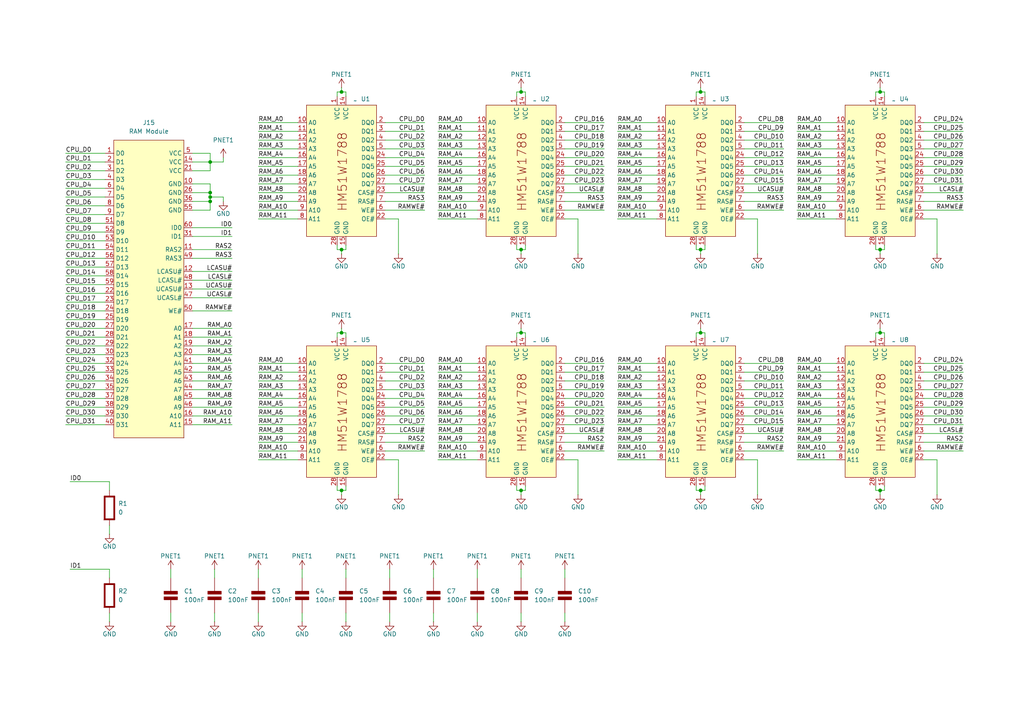
<source format=kicad_sch>
(kicad_sch (version 20250114) (generator "eeschema") (generator_version "9.0")
  (paper "A4")
  (title_block (title "16MB RAM Module") (company "Recreated by: Ahmad Byagowi"))
  (junction (at 255.27 142.24))
  (junction (at 151.13 72.39))
  (junction (at 60.96 57.15))
  (junction (at 60.96 58.42))
  (junction (at 60.96 46.99))
  (junction (at 151.13 142.24))
  (junction (at 203.2 26.67))
  (junction (at 99.06 96.52))
  (junction (at 99.06 72.39))
  (junction (at 151.13 26.67))
  (junction (at 151.13 96.52))
  (junction (at 255.27 96.52))
  (junction (at 99.06 26.67))
  (junction (at 255.27 26.67))
  (junction (at 60.96 55.88))
  (junction (at 99.06 142.24))
  (junction (at 203.2 96.52))
  (junction (at 255.27 72.39))
  (junction (at 203.2 142.24))
  (junction (at 203.2 72.39))
  (wire (pts (xy 138.43 125.73) (xy 127 125.73)))
  (wire (pts (xy 201.93 72.39) (xy 203.2 72.39)))
  (wire (pts (xy 86.36 50.8) (xy 74.93 50.8)))
  (wire (pts (xy 175.26 35.56) (xy 163.83 35.56)))
  (wire (pts (xy 163.83 165.1) (xy 163.83 167.64)))
  (wire (pts (xy 111.76 125.73) (xy 123.19 125.73)))
  (wire (pts (xy 204.47 142.24) (xy 204.47 140.97)))
  (wire (pts (xy 97.79 140.97) (xy 97.79 142.24)))
  (wire (pts (xy 175.26 38.1) (xy 163.83 38.1)))
  (wire (pts (xy 19.05 87.63) (xy 30.48 87.63)))
  (wire (pts (xy 190.5 125.73) (xy 179.07 125.73)))
  (wire (pts (xy 255.27 142.24) (xy 255.27 143.51)))
  (wire (pts (xy 19.05 62.23) (xy 30.48 62.23)))
  (wire (pts (xy 190.5 43.18) (xy 179.07 43.18)))
  (wire (pts (xy 123.19 123.19) (xy 111.76 123.19)))
  (wire (pts (xy 86.36 63.5) (xy 74.93 63.5)))
  (wire (pts (xy 100.33 96.52) (xy 99.06 96.52)))
  (wire (pts (xy 99.06 72.39) (xy 100.33 72.39)))
  (wire (pts (xy 242.57 45.72) (xy 231.14 45.72)))
  (wire (pts (xy 267.97 60.96) (xy 279.4 60.96)))
  (wire (pts (xy 163.83 60.96) (xy 175.26 60.96)))
  (wire (pts (xy 19.05 72.39) (xy 30.48 72.39)))
  (wire (pts (xy 19.05 90.17) (xy 30.48 90.17)))
  (wire (pts (xy 86.36 105.41) (xy 74.93 105.41)))
  (wire (pts (xy 86.36 115.57) (xy 74.93 115.57)))
  (wire (pts (xy 19.05 105.41) (xy 30.48 105.41)))
  (wire (pts (xy 227.33 48.26) (xy 215.9 48.26)))
  (wire (pts (xy 100.33 72.39) (xy 100.33 71.12)))
  (wire (pts (xy 151.13 25.4) (xy 151.13 26.67)))
  (wire (pts (xy 203.2 142.24) (xy 204.47 142.24)))
  (wire (pts (xy 227.33 53.34) (xy 215.9 53.34)))
  (wire (pts (xy 123.19 50.8) (xy 111.76 50.8)))
  (wire (pts (xy 167.64 133.35) (xy 167.64 143.51)))
  (wire (pts (xy 55.88 44.45) (xy 60.96 44.45)))
  (wire (pts (xy 19.05 107.95) (xy 30.48 107.95)))
  (wire (pts (xy 19.05 49.53) (xy 30.48 49.53)))
  (wire (pts (xy 279.4 35.56) (xy 267.97 35.56)))
  (wire (pts (xy 175.26 50.8) (xy 163.83 50.8)))
  (wire (pts (xy 19.05 82.55) (xy 30.48 82.55)))
  (wire (pts (xy 203.2 25.4) (xy 203.2 26.67)))
  (wire (pts (xy 55.88 100.33) (xy 67.31 100.33)))
  (wire (pts (xy 151.13 165.1) (xy 151.13 167.64)))
  (wire (pts (xy 256.54 27.94) (xy 256.54 26.67)))
  (wire (pts (xy 138.43 53.34) (xy 127 53.34)))
  (wire (pts (xy 97.79 96.52) (xy 97.79 97.79)))
  (wire (pts (xy 74.93 180.34) (xy 74.93 177.8)))
  (wire (pts (xy 86.36 35.56) (xy 74.93 35.56)))
  (wire (pts (xy 242.57 38.1) (xy 231.14 38.1)))
  (wire (pts (xy 242.57 50.8) (xy 231.14 50.8)))
  (wire (pts (xy 151.13 72.39) (xy 151.13 73.66)))
  (wire (pts (xy 138.43 113.03) (xy 127 113.03)))
  (wire (pts (xy 256.54 72.39) (xy 256.54 71.12)))
  (wire (pts (xy 149.86 26.67) (xy 149.86 27.94)))
  (wire (pts (xy 227.33 43.18) (xy 215.9 43.18)))
  (wire (pts (xy 19.05 123.19) (xy 30.48 123.19)))
  (wire (pts (xy 279.4 120.65) (xy 267.97 120.65)))
  (wire (pts (xy 256.54 142.24) (xy 256.54 140.97)))
  (wire (pts (xy 138.43 58.42) (xy 127 58.42)))
  (wire (pts (xy 175.26 43.18) (xy 163.83 43.18)))
  (wire (pts (xy 49.53 180.34) (xy 49.53 177.8)))
  (wire (pts (xy 55.88 78.74) (xy 67.31 78.74)))
  (wire (pts (xy 86.36 55.88) (xy 74.93 55.88)))
  (wire (pts (xy 19.05 115.57) (xy 30.48 115.57)))
  (wire (pts (xy 151.13 26.67) (xy 149.86 26.67)))
  (wire (pts (xy 19.05 120.65) (xy 30.48 120.65)))
  (wire (pts (xy 49.53 165.1) (xy 49.53 167.64)))
  (wire (pts (xy 163.83 58.42) (xy 175.26 58.42)))
  (wire (pts (xy 279.4 110.49) (xy 267.97 110.49)))
  (wire (pts (xy 149.86 96.52) (xy 149.86 97.79)))
  (wire (pts (xy 279.4 48.26) (xy 267.97 48.26)))
  (wire (pts (xy 55.88 90.17) (xy 67.31 90.17)))
  (wire (pts (xy 55.88 49.53) (xy 60.96 49.53)))
  (wire (pts (xy 242.57 43.18) (xy 231.14 43.18)))
  (wire (pts (xy 175.26 115.57) (xy 163.83 115.57)))
  (wire (pts (xy 138.43 38.1) (xy 127 38.1)))
  (wire (pts (xy 19.05 118.11) (xy 30.48 118.11)))
  (wire (pts (xy 255.27 95.25) (xy 255.27 96.52)))
  (wire (pts (xy 255.27 96.52) (xy 254 96.52)))
  (wire (pts (xy 19.05 54.61) (xy 30.48 54.61)))
  (wire (pts (xy 86.36 120.65) (xy 74.93 120.65)))
  (wire (pts (xy 175.26 53.34) (xy 163.83 53.34)))
  (wire (pts (xy 125.73 165.1) (xy 125.73 167.64)))
  (wire (pts (xy 55.88 113.03) (xy 67.31 113.03)))
  (wire (pts (xy 60.96 53.34) (xy 60.96 55.88)))
  (wire (pts (xy 113.03 180.34) (xy 113.03 177.8)))
  (wire (pts (xy 86.36 123.19) (xy 74.93 123.19)))
  (wire (pts (xy 163.83 133.35) (xy 167.64 133.35)))
  (wire (pts (xy 242.57 40.64) (xy 231.14 40.64)))
  (wire (pts (xy 242.57 107.95) (xy 231.14 107.95)))
  (wire (pts (xy 242.57 110.49) (xy 231.14 110.49)))
  (wire (pts (xy 123.19 43.18) (xy 111.76 43.18)))
  (wire (pts (xy 271.78 63.5) (xy 271.78 73.66)))
  (wire (pts (xy 19.05 52.07) (xy 30.48 52.07)))
  (wire (pts (xy 138.43 130.81) (xy 127 130.81)))
  (wire (pts (xy 279.4 113.03) (xy 267.97 113.03)))
  (wire (pts (xy 111.76 63.5) (xy 115.57 63.5)))
  (wire (pts (xy 31.75 167.64) (xy 31.75 165.1)))
  (wire (pts (xy 215.9 58.42) (xy 227.33 58.42)))
  (wire (pts (xy 242.57 120.65) (xy 231.14 120.65)))
  (wire (pts (xy 19.05 64.77) (xy 30.48 64.77)))
  (wire (pts (xy 152.4 26.67) (xy 151.13 26.67)))
  (wire (pts (xy 227.33 118.11) (xy 215.9 118.11)))
  (wire (pts (xy 97.79 26.67) (xy 97.79 27.94)))
  (wire (pts (xy 242.57 35.56) (xy 231.14 35.56)))
  (wire (pts (xy 86.36 38.1) (xy 74.93 38.1)))
  (wire (pts (xy 97.79 72.39) (xy 99.06 72.39)))
  (wire (pts (xy 163.83 128.27) (xy 175.26 128.27)))
  (wire (pts (xy 86.36 128.27) (xy 74.93 128.27)))
  (wire (pts (xy 19.05 59.69) (xy 30.48 59.69)))
  (wire (pts (xy 175.26 105.41) (xy 163.83 105.41)))
  (wire (pts (xy 138.43 115.57) (xy 127 115.57)))
  (wire (pts (xy 138.43 48.26) (xy 127 48.26)))
  (wire (pts (xy 219.71 133.35) (xy 219.71 143.51)))
  (wire (pts (xy 19.05 57.15) (xy 30.48 57.15)))
  (wire (pts (xy 279.4 123.19) (xy 267.97 123.19)))
  (wire (pts (xy 99.06 26.67) (xy 97.79 26.67)))
  (wire (pts (xy 242.57 128.27) (xy 231.14 128.27)))
  (wire (pts (xy 190.5 115.57) (xy 179.07 115.57)))
  (wire (pts (xy 175.26 120.65) (xy 163.83 120.65)))
  (wire (pts (xy 215.9 60.96) (xy 227.33 60.96)))
  (wire (pts (xy 256.54 97.79) (xy 256.54 96.52)))
  (wire (pts (xy 203.2 95.25) (xy 203.2 96.52)))
  (wire (pts (xy 138.43 55.88) (xy 127 55.88)))
  (wire (pts (xy 254 71.12) (xy 254 72.39)))
  (wire (pts (xy 60.96 44.45) (xy 60.96 46.99)))
  (wire (pts (xy 203.2 72.39) (xy 204.47 72.39)))
  (wire (pts (xy 227.33 115.57) (xy 215.9 115.57)))
  (wire (pts (xy 19.05 113.03) (xy 30.48 113.03)))
  (wire (pts (xy 123.19 45.72) (xy 111.76 45.72)))
  (wire (pts (xy 215.9 128.27) (xy 227.33 128.27)))
  (wire (pts (xy 242.57 113.03) (xy 231.14 113.03)))
  (wire (pts (xy 19.05 44.45) (xy 30.48 44.45)))
  (wire (pts (xy 190.5 58.42) (xy 179.07 58.42)))
  (wire (pts (xy 151.13 142.24) (xy 152.4 142.24)))
  (wire (pts (xy 62.23 180.34) (xy 62.23 177.8)))
  (wire (pts (xy 60.96 46.99) (xy 64.77 46.99)))
  (wire (pts (xy 31.75 139.7) (xy 20.32 139.7)))
  (wire (pts (xy 190.5 128.27) (xy 179.07 128.27)))
  (wire (pts (xy 31.75 180.34) (xy 31.75 177.8)))
  (wire (pts (xy 167.64 63.5) (xy 167.64 73.66)))
  (wire (pts (xy 267.97 128.27) (xy 279.4 128.27)))
  (wire (pts (xy 201.93 140.97) (xy 201.93 142.24)))
  (wire (pts (xy 86.36 53.34) (xy 74.93 53.34)))
  (wire (pts (xy 55.88 66.04) (xy 67.31 66.04)))
  (wire (pts (xy 151.13 96.52) (xy 149.86 96.52)))
  (wire (pts (xy 190.5 123.19) (xy 179.07 123.19)))
  (wire (pts (xy 190.5 40.64) (xy 179.07 40.64)))
  (wire (pts (xy 19.05 102.87) (xy 30.48 102.87)))
  (wire (pts (xy 99.06 72.39) (xy 99.06 73.66)))
  (wire (pts (xy 190.5 53.34) (xy 179.07 53.34)))
  (wire (pts (xy 123.19 53.34) (xy 111.76 53.34)))
  (wire (pts (xy 86.36 60.96) (xy 74.93 60.96)))
  (wire (pts (xy 55.88 115.57) (xy 67.31 115.57)))
  (wire (pts (xy 242.57 48.26) (xy 231.14 48.26)))
  (wire (pts (xy 138.43 110.49) (xy 127 110.49)))
  (wire (pts (xy 60.96 57.15) (xy 64.77 57.15)))
  (wire (pts (xy 60.96 55.88) (xy 60.96 57.15)))
  (wire (pts (xy 242.57 130.81) (xy 231.14 130.81)))
  (wire (pts (xy 111.76 60.96) (xy 123.19 60.96)))
  (wire (pts (xy 123.19 35.56) (xy 111.76 35.56)))
  (wire (pts (xy 215.9 133.35) (xy 219.71 133.35)))
  (wire (pts (xy 152.4 72.39) (xy 152.4 71.12)))
  (wire (pts (xy 255.27 72.39) (xy 256.54 72.39)))
  (wire (pts (xy 31.75 165.1) (xy 20.32 165.1)))
  (wire (pts (xy 152.4 142.24) (xy 152.4 140.97)))
  (wire (pts (xy 60.96 60.96) (xy 55.88 60.96)))
  (wire (pts (xy 138.43 43.18) (xy 127 43.18)))
  (wire (pts (xy 204.47 27.94) (xy 204.47 26.67)))
  (wire (pts (xy 190.5 50.8) (xy 179.07 50.8)))
  (wire (pts (xy 86.36 43.18) (xy 74.93 43.18)))
  (wire (pts (xy 138.43 133.35) (xy 127 133.35)))
  (wire (pts (xy 138.43 45.72) (xy 127 45.72)))
  (wire (pts (xy 242.57 53.34) (xy 231.14 53.34)))
  (wire (pts (xy 204.47 96.52) (xy 203.2 96.52)))
  (wire (pts (xy 271.78 133.35) (xy 271.78 143.51)))
  (wire (pts (xy 123.19 48.26) (xy 111.76 48.26)))
  (wire (pts (xy 31.75 154.94) (xy 31.75 152.4)))
  (wire (pts (xy 19.05 92.71) (xy 30.48 92.71)))
  (wire (pts (xy 204.47 72.39) (xy 204.47 71.12)))
  (wire (pts (xy 279.4 105.41) (xy 267.97 105.41)))
  (wire (pts (xy 86.36 45.72) (xy 74.93 45.72)))
  (wire (pts (xy 19.05 95.25) (xy 30.48 95.25)))
  (wire (pts (xy 138.43 123.19) (xy 127 123.19)))
  (wire (pts (xy 55.88 105.41) (xy 67.31 105.41)))
  (wire (pts (xy 163.83 125.73) (xy 175.26 125.73)))
  (wire (pts (xy 138.43 107.95) (xy 127 107.95)))
  (wire (pts (xy 242.57 105.41) (xy 231.14 105.41)))
  (wire (pts (xy 86.36 40.64) (xy 74.93 40.64)))
  (wire (pts (xy 138.43 128.27) (xy 127 128.27)))
  (wire (pts (xy 100.33 165.1) (xy 100.33 167.64)))
  (wire (pts (xy 175.26 113.03) (xy 163.83 113.03)))
  (wire (pts (xy 55.88 86.36) (xy 67.31 86.36)))
  (wire (pts (xy 227.33 38.1) (xy 215.9 38.1)))
  (wire (pts (xy 152.4 96.52) (xy 151.13 96.52)))
  (wire (pts (xy 151.13 72.39) (xy 152.4 72.39)))
  (wire (pts (xy 19.05 80.01) (xy 30.48 80.01)))
  (wire (pts (xy 111.76 130.81) (xy 123.19 130.81)))
  (wire (pts (xy 86.36 48.26) (xy 74.93 48.26)))
  (wire (pts (xy 55.88 83.82) (xy 67.31 83.82)))
  (wire (pts (xy 113.03 165.1) (xy 113.03 167.64)))
  (wire (pts (xy 267.97 55.88) (xy 279.4 55.88)))
  (wire (pts (xy 86.36 133.35) (xy 74.93 133.35)))
  (wire (pts (xy 123.19 105.41) (xy 111.76 105.41)))
  (wire (pts (xy 219.71 63.5) (xy 219.71 73.66)))
  (wire (pts (xy 227.33 45.72) (xy 215.9 45.72)))
  (wire (pts (xy 19.05 85.09) (xy 30.48 85.09)))
  (wire (pts (xy 86.36 113.03) (xy 74.93 113.03)))
  (wire (pts (xy 279.4 118.11) (xy 267.97 118.11)))
  (wire (pts (xy 123.19 113.03) (xy 111.76 113.03)))
  (wire (pts (xy 175.26 123.19) (xy 163.83 123.19)))
  (wire (pts (xy 86.36 110.49) (xy 74.93 110.49)))
  (wire (pts (xy 123.19 107.95) (xy 111.76 107.95)))
  (wire (pts (xy 100.33 142.24) (xy 100.33 140.97)))
  (wire (pts (xy 175.26 118.11) (xy 163.83 118.11)))
  (wire (pts (xy 55.88 118.11) (xy 67.31 118.11)))
  (wire (pts (xy 242.57 115.57) (xy 231.14 115.57)))
  (wire (pts (xy 55.88 120.65) (xy 67.31 120.65)))
  (wire (pts (xy 256.54 96.52) (xy 255.27 96.52)))
  (wire (pts (xy 64.77 46.99) (xy 64.77 45.72)))
  (wire (pts (xy 242.57 55.88) (xy 231.14 55.88)))
  (wire (pts (xy 86.36 125.73) (xy 74.93 125.73)))
  (wire (pts (xy 138.43 35.56) (xy 127 35.56)))
  (wire (pts (xy 215.9 130.81) (xy 227.33 130.81)))
  (wire (pts (xy 19.05 100.33) (xy 30.48 100.33)))
  (wire (pts (xy 138.43 63.5) (xy 127 63.5)))
  (wire (pts (xy 86.36 118.11) (xy 74.93 118.11)))
  (wire (pts (xy 99.06 142.24) (xy 99.06 143.51)))
  (wire (pts (xy 254 142.24) (xy 255.27 142.24)))
  (wire (pts (xy 227.33 123.19) (xy 215.9 123.19)))
  (wire (pts (xy 100.33 97.79) (xy 100.33 96.52)))
  (wire (pts (xy 87.63 180.34) (xy 87.63 177.8)))
  (wire (pts (xy 55.88 123.19) (xy 67.31 123.19)))
  (wire (pts (xy 227.33 35.56) (xy 215.9 35.56)))
  (wire (pts (xy 87.63 165.1) (xy 87.63 167.64)))
  (wire (pts (xy 201.93 71.12) (xy 201.93 72.39)))
  (wire (pts (xy 279.4 50.8) (xy 267.97 50.8)))
  (wire (pts (xy 123.19 38.1) (xy 111.76 38.1)))
  (wire (pts (xy 55.88 53.34) (xy 60.96 53.34)))
  (wire (pts (xy 279.4 40.64) (xy 267.97 40.64)))
  (wire (pts (xy 254 140.97) (xy 254 142.24)))
  (wire (pts (xy 190.5 38.1) (xy 179.07 38.1)))
  (wire (pts (xy 175.26 48.26) (xy 163.83 48.26)))
  (wire (pts (xy 203.2 142.24) (xy 203.2 143.51)))
  (wire (pts (xy 255.27 72.39) (xy 255.27 73.66)))
  (wire (pts (xy 190.5 45.72) (xy 179.07 45.72)))
  (wire (pts (xy 242.57 118.11) (xy 231.14 118.11)))
  (wire (pts (xy 190.5 133.35) (xy 179.07 133.35)))
  (wire (pts (xy 55.88 72.39) (xy 67.31 72.39)))
  (wire (pts (xy 190.5 120.65) (xy 179.07 120.65)))
  (wire (pts (xy 100.33 26.67) (xy 99.06 26.67)))
  (wire (pts (xy 138.43 118.11) (xy 127 118.11)))
  (wire (pts (xy 279.4 38.1) (xy 267.97 38.1)))
  (wire (pts (xy 19.05 110.49) (xy 30.48 110.49)))
  (wire (pts (xy 254 72.39) (xy 255.27 72.39)))
  (wire (pts (xy 152.4 27.94) (xy 152.4 26.67)))
  (wire (pts (xy 215.9 63.5) (xy 219.71 63.5)))
  (wire (pts (xy 279.4 115.57) (xy 267.97 115.57)))
  (wire (pts (xy 151.13 142.24) (xy 151.13 143.51)))
  (wire (pts (xy 60.96 58.42) (xy 60.96 60.96)))
  (wire (pts (xy 55.88 95.25) (xy 67.31 95.25)))
  (wire (pts (xy 19.05 69.85) (xy 30.48 69.85)))
  (wire (pts (xy 204.47 97.79) (xy 204.47 96.52)))
  (wire (pts (xy 149.86 71.12) (xy 149.86 72.39)))
  (wire (pts (xy 175.26 40.64) (xy 163.83 40.64)))
  (wire (pts (xy 97.79 71.12) (xy 97.79 72.39)))
  (wire (pts (xy 55.88 46.99) (xy 60.96 46.99)))
  (wire (pts (xy 86.36 58.42) (xy 74.93 58.42)))
  (wire (pts (xy 100.33 27.94) (xy 100.33 26.67)))
  (wire (pts (xy 203.2 96.52) (xy 201.93 96.52)))
  (wire (pts (xy 55.88 97.79) (xy 67.31 97.79)))
  (wire (pts (xy 227.33 110.49) (xy 215.9 110.49)))
  (wire (pts (xy 227.33 107.95) (xy 215.9 107.95)))
  (wire (pts (xy 267.97 125.73) (xy 279.4 125.73)))
  (wire (pts (xy 163.83 130.81) (xy 175.26 130.81)))
  (wire (pts (xy 111.76 58.42) (xy 123.19 58.42)))
  (wire (pts (xy 175.26 107.95) (xy 163.83 107.95)))
  (wire (pts (xy 256.54 26.67) (xy 255.27 26.67)))
  (wire (pts (xy 55.88 107.95) (xy 67.31 107.95)))
  (wire (pts (xy 55.88 58.42) (xy 60.96 58.42)))
  (wire (pts (xy 190.5 107.95) (xy 179.07 107.95)))
  (wire (pts (xy 227.33 113.03) (xy 215.9 113.03)))
  (wire (pts (xy 163.83 63.5) (xy 167.64 63.5)))
  (wire (pts (xy 86.36 107.95) (xy 74.93 107.95)))
  (wire (pts (xy 97.79 142.24) (xy 99.06 142.24)))
  (wire (pts (xy 227.33 105.41) (xy 215.9 105.41)))
  (wire (pts (xy 190.5 118.11) (xy 179.07 118.11)))
  (wire (pts (xy 254 96.52) (xy 254 97.79)))
  (wire (pts (xy 255.27 25.4) (xy 255.27 26.67)))
  (wire (pts (xy 99.06 25.4) (xy 99.06 26.67)))
  (wire (pts (xy 279.4 45.72) (xy 267.97 45.72)))
  (wire (pts (xy 111.76 55.88) (xy 123.19 55.88)))
  (wire (pts (xy 55.88 102.87) (xy 67.31 102.87)))
  (wire (pts (xy 115.57 63.5) (xy 115.57 73.66)))
  (wire (pts (xy 86.36 130.81) (xy 74.93 130.81)))
  (wire (pts (xy 138.43 180.34) (xy 138.43 177.8)))
  (wire (pts (xy 163.83 55.88) (xy 175.26 55.88)))
  (wire (pts (xy 138.43 120.65) (xy 127 120.65)))
  (wire (pts (xy 175.26 110.49) (xy 163.83 110.49)))
  (wire (pts (xy 138.43 40.64) (xy 127 40.64)))
  (wire (pts (xy 242.57 63.5) (xy 231.14 63.5)))
  (wire (pts (xy 203.2 26.67) (xy 201.93 26.67)))
  (wire (pts (xy 64.77 57.15) (xy 64.77 58.42)))
  (wire (pts (xy 254 26.67) (xy 254 27.94)))
  (wire (pts (xy 55.88 55.88) (xy 60.96 55.88)))
  (wire (pts (xy 55.88 68.58) (xy 67.31 68.58)))
  (wire (pts (xy 99.06 95.25) (xy 99.06 96.52)))
  (wire (pts (xy 115.57 133.35) (xy 115.57 143.51)))
  (wire (pts (xy 149.86 72.39) (xy 151.13 72.39)))
  (wire (pts (xy 255.27 26.67) (xy 254 26.67)))
  (wire (pts (xy 149.86 140.97) (xy 149.86 142.24)))
  (wire (pts (xy 201.93 96.52) (xy 201.93 97.79)))
  (wire (pts (xy 19.05 46.99) (xy 30.48 46.99)))
  (wire (pts (xy 55.88 81.28) (xy 67.31 81.28)))
  (wire (pts (xy 123.19 115.57) (xy 111.76 115.57)))
  (wire (pts (xy 149.86 142.24) (xy 151.13 142.24)))
  (wire (pts (xy 60.96 49.53) (xy 60.96 46.99)))
  (wire (pts (xy 227.33 120.65) (xy 215.9 120.65)))
  (wire (pts (xy 31.75 142.24) (xy 31.75 139.7)))
  (wire (pts (xy 123.19 120.65) (xy 111.76 120.65)))
  (wire (pts (xy 138.43 60.96) (xy 127 60.96)))
  (wire (pts (xy 123.19 118.11) (xy 111.76 118.11)))
  (wire (pts (xy 111.76 128.27) (xy 123.19 128.27)))
  (wire (pts (xy 242.57 58.42) (xy 231.14 58.42)))
  (wire (pts (xy 255.27 142.24) (xy 256.54 142.24)))
  (wire (pts (xy 215.9 55.88) (xy 227.33 55.88)))
  (wire (pts (xy 111.76 133.35) (xy 115.57 133.35)))
  (wire (pts (xy 190.5 110.49) (xy 179.07 110.49)))
  (wire (pts (xy 190.5 130.81) (xy 179.07 130.81)))
  (wire (pts (xy 190.5 35.56) (xy 179.07 35.56)))
  (wire (pts (xy 190.5 113.03) (xy 179.07 113.03)))
  (wire (pts (xy 190.5 55.88) (xy 179.07 55.88)))
  (wire (pts (xy 152.4 97.79) (xy 152.4 96.52)))
  (wire (pts (xy 215.9 125.73) (xy 227.33 125.73)))
  (wire (pts (xy 123.19 110.49) (xy 111.76 110.49)))
  (wire (pts (xy 190.5 60.96) (xy 179.07 60.96)))
  (wire (pts (xy 242.57 123.19) (xy 231.14 123.19)))
  (wire (pts (xy 242.57 60.96) (xy 231.14 60.96)))
  (wire (pts (xy 267.97 133.35) (xy 271.78 133.35)))
  (wire (pts (xy 100.33 180.34) (xy 100.33 177.8)))
  (wire (pts (xy 175.26 45.72) (xy 163.83 45.72)))
  (wire (pts (xy 190.5 63.5) (xy 179.07 63.5)))
  (wire (pts (xy 227.33 40.64) (xy 215.9 40.64)))
  (wire (pts (xy 204.47 26.67) (xy 203.2 26.67)))
  (wire (pts (xy 203.2 72.39) (xy 203.2 73.66)))
  (wire (pts (xy 99.06 142.24) (xy 100.33 142.24)))
  (wire (pts (xy 19.05 67.31) (xy 30.48 67.31)))
  (wire (pts (xy 227.33 50.8) (xy 215.9 50.8)))
  (wire (pts (xy 123.19 40.64) (xy 111.76 40.64)))
  (wire (pts (xy 62.23 165.1) (xy 62.23 167.64)))
  (wire (pts (xy 125.73 180.34) (xy 125.73 177.8)))
  (wire (pts (xy 55.88 74.93) (xy 67.31 74.93)))
  (wire (pts (xy 267.97 63.5) (xy 271.78 63.5)))
  (wire (pts (xy 60.96 57.15) (xy 60.96 58.42)))
  (wire (pts (xy 267.97 130.81) (xy 279.4 130.81)))
  (wire (pts (xy 138.43 50.8) (xy 127 50.8)))
  (wire (pts (xy 151.13 95.25) (xy 151.13 96.52)))
  (wire (pts (xy 19.05 74.93) (xy 30.48 74.93)))
  (wire (pts (xy 74.93 165.1) (xy 74.93 167.64)))
  (wire (pts (xy 55.88 110.49) (xy 67.31 110.49)))
  (wire (pts (xy 267.97 58.42) (xy 279.4 58.42)))
  (wire (pts (xy 190.5 105.41) (xy 179.07 105.41)))
  (wire (pts (xy 19.05 77.47) (xy 30.48 77.47)))
  (wire (pts (xy 138.43 105.41) (xy 127 105.41)))
  (wire (pts (xy 201.93 142.24) (xy 203.2 142.24)))
  (wire (pts (xy 242.57 125.73) (xy 231.14 125.73)))
  (wire (pts (xy 242.57 133.35) (xy 231.14 133.35)))
  (wire (pts (xy 279.4 53.34) (xy 267.97 53.34)))
  (wire (pts (xy 190.5 48.26) (xy 179.07 48.26)))
  (wire (pts (xy 279.4 107.95) (xy 267.97 107.95)))
  (wire (pts (xy 279.4 43.18) (xy 267.97 43.18)))
  (wire (pts (xy 99.06 96.52) (xy 97.79 96.52)))
  (wire (pts (xy 138.43 165.1) (xy 138.43 167.64)))
  (wire (pts (xy 19.05 97.79) (xy 30.48 97.79)))
  (wire (pts (xy 151.13 180.34) (xy 151.13 177.8)))
  (wire (pts (xy 163.83 180.34) (xy 163.83 177.8)))
  (wire (pts (xy 201.93 26.67) (xy 201.93 27.94)))
  (label "RAM_A3" (at 231.14 43.18 0))
  (label "CPU_D1" (at 123.19 107.95 180))
  (label "RAM_A1" (at 127 38.1 0))
  (label "RAM_A0" (at 67.31 95.25 180))
  (label "CPU_D23" (at 175.26 123.19 180))
  (label "CPU_D12" (at 19.05 74.93 0))
  (label "CPU_D4" (at 123.19 115.57 180))
  (label "CPU_D0" (at 19.05 44.45 0))
  (label "RAM_A8" (at 127 55.88 0))
  (label "RAM_A9" (at 127 128.27 0))
  (label "CPU_D31" (at 279.4 53.34 180))
  (label "RAM_A6" (at 74.93 50.8 0))
  (label "RAM_A3" (at 74.93 113.03 0))
  (label "RAS2" (at 67.31 72.39 180))
  (label "CPU_D28" (at 279.4 115.57 180))
  (label "CPU_D30" (at 279.4 120.65 180))
  (label "CPU_D2" (at 123.19 40.64 180))
  (label "CPU_D4" (at 19.05 54.61 0))
  (label "CPU_D8" (at 227.33 35.56 180))
  (label "CPU_D13" (at 227.33 48.26 180))
  (label "CPU_D15" (at 227.33 123.19 180))
  (label "RAM_A5" (at 127 118.11 0))
  (label "RAM_A0" (at 74.93 105.41 0))
  (label "CPU_D12" (at 227.33 45.72 180))
  (label "RAM_A7" (at 67.31 113.03 180))
  (label "RAM_A6" (at 179.07 50.8 0))
  (label "CPU_D30" (at 19.05 120.65 0))
  (label "CPU_D15" (at 19.05 82.55 0))
  (label "CPU_D25" (at 279.4 107.95 180))
  (label "RAM_A7" (at 127 53.34 0))
  (label "LCASL#" (at 67.31 81.28 180))
  (label "CPU_D3" (at 123.19 113.03 180))
  (label "CPU_D7" (at 123.19 123.19 180))
  (label "RAM_A0" (at 127 35.56 0))
  (label "RAM_A6" (at 231.14 50.8 0))
  (label "RAM_A6" (at 74.93 120.65 0))
  (label "RAS2" (at 123.19 128.27 180))
  (label "RAM_A6" (at 67.31 110.49 180))
  (label "ID0" (at 20.32 139.7 0))
  (label "RAM_A0" (at 127 105.41 0))
  (label "CPU_D1" (at 19.05 46.99 0))
  (label "CPU_D5" (at 19.05 57.15 0))
  (label "RAM_A4" (at 74.93 45.72 0))
  (label "RAMWE#" (at 227.33 130.81 180))
  (label "CPU_D0" (at 123.19 105.41 180))
  (label "ID1" (at 20.32 165.1 0))
  (label "RAM_A3" (at 67.31 102.87 180))
  (label "CPU_D24" (at 279.4 105.41 180))
  (label "RAM_A1" (at 74.93 107.95 0))
  (label "CPU_D15" (at 227.33 53.34 180))
  (label "CPU_D17" (at 19.05 87.63 0))
  (label "RAM_A7" (at 231.14 123.19 0))
  (label "LCASL#" (at 279.4 125.73 180))
  (label "RAM_A0" (at 74.93 35.56 0))
  (label "RAM_A2" (at 179.07 110.49 0))
  (label "CPU_D6" (at 123.19 120.65 180))
  (label "RAM_A1" (at 179.07 107.95 0))
  (label "RAM_A1" (at 231.14 38.1 0))
  (label "RAM_A7" (at 74.93 123.19 0))
  (label "CPU_D29" (at 19.05 118.11 0))
  (label "RAM_A11" (at 74.93 63.5 0))
  (label "RAM_A4" (at 74.93 115.57 0))
  (label "RAM_A6" (at 231.14 120.65 0))
  (label "CPU_D10" (at 227.33 110.49 180))
  (label "RAM_A8" (at 127 125.73 0))
  (label "RAM_A4" (at 127 115.57 0))
  (label "CPU_D24" (at 279.4 35.56 180))
  (label "RAM_A10" (at 179.07 60.96 0))
  (label "UCASL#" (at 175.26 125.73 180))
  (label "CPU_D14" (at 227.33 50.8 180))
  (label "RAM_A7" (at 179.07 53.34 0))
  (label "CPU_D16" (at 175.26 105.41 180))
  (label "CPU_D27" (at 19.05 113.03 0))
  (label "RAM_A8" (at 67.31 115.57 180))
  (label "CPU_D6" (at 123.19 50.8 180))
  (label "RAM_A10" (at 74.93 130.81 0))
  (label "RAM_A9" (at 67.31 118.11 180))
  (label "RAM_A5" (at 74.93 48.26 0))
  (label "RAM_A5" (at 127 48.26 0))
  (label "CPU_D13" (at 227.33 118.11 180))
  (label "CPU_D8" (at 19.05 64.77 0))
  (label "CPU_D5" (at 123.19 48.26 180))
  (label "CPU_D20" (at 175.26 45.72 180))
  (label "CPU_D17" (at 175.26 38.1 180))
  (label "RAM_A8" (at 74.93 125.73 0))
  (label "CPU_D10" (at 227.33 40.64 180))
  (label "CPU_D8" (at 227.33 105.41 180))
  (label "CPU_D1" (at 123.19 38.1 180))
  (label "RAM_A9" (at 179.07 128.27 0))
  (label "RAM_A3" (at 179.07 113.03 0))
  (label "RAM_A2" (at 74.93 110.49 0))
  (label "LCASU#" (at 67.31 78.74 180))
  (label "CPU_D25" (at 19.05 107.95 0))
  (label "CPU_D7" (at 19.05 62.23 0))
  (label "RAM_A3" (at 179.07 43.18 0))
  (label "CPU_D22" (at 19.05 100.33 0))
  (label "RAS3" (at 67.31 74.93 180))
  (label "RAM_A1" (at 74.93 38.1 0))
  (label "RAM_A4" (at 231.14 45.72 0))
  (label "RAM_A4" (at 179.07 115.57 0))
  (label "RAM_A0" (at 231.14 35.56 0))
  (label "CPU_D20" (at 175.26 115.57 180))
  (label "RAS2" (at 279.4 128.27 180))
  (label "CPU_D2" (at 19.05 49.53 0))
  (label "CPU_D18" (at 175.26 110.49 180))
  (label "LCASU#" (at 123.19 55.88 180))
  (label "RAM_A2" (at 67.31 100.33 180))
  (label "LCASL#" (at 279.4 55.88 180))
  (label "RAM_A5" (at 179.07 118.11 0))
  (label "RAS2" (at 175.26 128.27 180))
  (label "RAM_A11" (at 127 63.5 0))
  (label "UCASU#" (at 227.33 55.88 180))
  (label "CPU_D19" (at 175.26 43.18 180))
  (label "CPU_D16" (at 175.26 35.56 180))
  (label "RAM_A3" (at 74.93 43.18 0))
  (label "RAM_A7" (at 179.07 123.19 0))
  (label "RAM_A11" (at 231.14 63.5 0))
  (label "RAM_A2" (at 127 110.49 0))
  (label "RAM_A10" (at 74.93 60.96 0))
  (label "RAMWE#" (at 175.26 60.96 180))
  (label "RAM_A10" (at 67.31 120.65 180))
  (label "RAM_A5" (at 74.93 118.11 0))
  (label "RAM_A9" (at 231.14 128.27 0))
  (label "CPU_D21" (at 175.26 118.11 180))
  (label "CPU_D23" (at 175.26 53.34 180))
  (label "RAM_A11" (at 179.07 133.35 0))
  (label "ID1" (at 67.31 68.58 180))
  (label "CPU_D29" (at 279.4 48.26 180))
  (label "CPU_D6" (at 19.05 59.69 0))
  (label "RAM_A3" (at 127 43.18 0))
  (label "CPU_D10" (at 19.05 69.85 0))
  (label "CPU_D22" (at 175.26 50.8 180))
  (label "RAM_A6" (at 127 120.65 0))
  (label "CPU_D26" (at 19.05 110.49 0))
  (label "RAM_A4" (at 127 45.72 0))
  (label "RAM_A5" (at 231.14 118.11 0))
  (label "UCASL#" (at 175.26 55.88 180))
  (label "RAM_A8" (at 179.07 55.88 0))
  (label "UCASU#" (at 227.33 125.73 180))
  (label "CPU_D11" (at 19.05 72.39 0))
  (label "RAMWE#" (at 279.4 60.96 180))
  (label "RAMWE#" (at 279.4 130.81 180))
  (label "CPU_D30" (at 279.4 50.8 180))
  (label "RAM_A7" (at 127 123.19 0))
  (label "CPU_D21" (at 19.05 97.79 0))
  (label "CPU_D20" (at 19.05 95.25 0))
  (label "RAM_A2" (at 127 40.64 0))
  (label "UCASL#" (at 67.31 86.36 180))
  (label "CPU_D28" (at 19.05 115.57 0))
  (label "RAM_A3" (at 231.14 113.03 0))
  (label "RAM_A9" (at 74.93 128.27 0))
  (label "RAS3" (at 227.33 58.42 180))
  (label "RAM_A1" (at 127 107.95 0))
  (label "RAM_A2" (at 179.07 40.64 0))
  (label "RAM_A10" (at 179.07 130.81 0))
  (label "RAM_A2" (at 74.93 40.64 0))
  (label "RAM_A11" (at 231.14 133.35 0))
  (label "CPU_D21" (at 175.26 48.26 180))
  (label "RAM_A9" (at 231.14 58.42 0))
  (label "CPU_D0" (at 123.19 35.56 180))
  (label "RAMWE#" (at 67.31 90.17 180))
  (label "CPU_D19" (at 175.26 113.03 180))
  (label "RAM_A0" (at 231.14 105.41 0))
  (label "RAS3" (at 123.19 58.42 180))
  (label "RAM_A2" (at 231.14 40.64 0))
  (label "RAM_A11" (at 67.31 123.19 180))
  (label "CPU_D25" (at 279.4 38.1 180))
  (label "UCASU#" (at 67.31 83.82 180))
  (label "CPU_D18" (at 175.26 40.64 180))
  (label "CPU_D2" (at 123.19 110.49 180))
  (label "RAM_A11" (at 127 133.35 0))
  (label "RAS3" (at 175.26 58.42 180))
  (label "CPU_D13" (at 19.05 77.47 0))
  (label "CPU_D27" (at 279.4 43.18 180))
  (label "RAM_A9" (at 74.93 58.42 0))
  (label "RAMWE#" (at 123.19 130.81 180))
  (label "RAM_A9" (at 127 58.42 0))
  (label "RAM_A1" (at 231.14 107.95 0))
  (label "CPU_D31" (at 19.05 123.19 0))
  (label "CPU_D12" (at 227.33 115.57 180))
  (label "RAS3" (at 279.4 58.42 180))
  (label "RAM_A0" (at 179.07 105.41 0))
  (label "CPU_D28" (at 279.4 45.72 180))
  (label "RAMWE#" (at 227.33 60.96 180))
  (label "RAM_A5" (at 231.14 48.26 0))
  (label "RAM_A10" (at 231.14 130.81 0))
  (label "RAM_A11" (at 74.93 133.35 0))
  (label "RAM_A4" (at 67.31 105.41 180))
  (label "CPU_D26" (at 279.4 40.64 180))
  (label "RAM_A6" (at 179.07 120.65 0))
  (label "CPU_D9" (at 19.05 67.31 0))
  (label "RAS2" (at 227.33 128.27 180))
  (label "ID0" (at 67.31 66.04 180))
  (label "CPU_D27" (at 279.4 113.03 180))
  (label "RAM_A10" (at 127 60.96 0))
  (label "CPU_D9" (at 227.33 107.95 180))
  (label "CPU_D7" (at 123.19 53.34 180))
  (label "RAM_A8" (at 231.14 125.73 0))
  (label "RAM_A8" (at 231.14 55.88 0))
  (label "CPU_D18" (at 19.05 90.17 0))
  (label "LCASU#" (at 123.19 125.73 180))
  (label "RAM_A4" (at 179.07 45.72 0))
  (label "CPU_D26" (at 279.4 110.49 180))
  (label "RAM_A1" (at 67.31 97.79 180))
  (label "RAM_A5" (at 67.31 107.95 180))
  (label "CPU_D19" (at 19.05 92.71 0))
  (label "CPU_D31" (at 279.4 123.19 180))
  (label "RAMWE#" (at 175.26 130.81 180))
  (label "CPU_D11" (at 227.33 43.18 180))
  (label "CPU_D22" (at 175.26 120.65 180))
  (label "RAM_A8" (at 74.93 55.88 0))
  (label "RAM_A8" (at 179.07 125.73 0))
  (label "RAM_A10" (at 231.14 60.96 0))
  (label "RAM_A3" (at 127 113.03 0))
  (label "RAM_A7" (at 231.14 53.34 0))
  (label "CPU_D4" (at 123.19 45.72 180))
  (label "RAM_A1" (at 179.07 38.1 0))
  (label "CPU_D29" (at 279.4 118.11 180))
  (label "CPU_D14" (at 227.33 120.65 180))
  (label "RAM_A2" (at 231.14 110.49 0))
  (label "RAM_A5" (at 179.07 48.26 0))
  (label "CPU_D23" (at 19.05 102.87 0))
  (label "RAM_A7" (at 74.93 53.34 0))
  (label "CPU_D16" (at 19.05 85.09 0))
  (label "RAM_A10" (at 127 130.81 0))
  (label "CPU_D3" (at 19.05 52.07 0))
  (label "RAM_A9" (at 179.07 58.42 0))
  (label "CPU_D14" (at 19.05 80.01 0))
  (label "RAM_A6" (at 127 50.8 0))
  (label "RAM_A4" (at 231.14 115.57 0))
  (label "RAM_A11" (at 179.07 63.5 0))
  (label "RAM_A0" (at 179.07 35.56 0))
  (label "RAMWE#" (at 123.19 60.96 180))
  (label "CPU_D9" (at 227.33 38.1 180))
  (label "CPU_D11" (at 227.33 113.03 180))
  (label "CPU_D3" (at 123.19 43.18 180))
  (label "CPU_D5" (at 123.19 118.11 180))
  (label "CPU_D17" (at 175.26 107.95 180))
  (label "CPU_D24" (at 19.05 105.41 0))
  (symbol (lib_id "power:GND") (at 31.75 180.34 0) (unit 1)
    (property "Reference" "#PWR0125" (effects (hide yes)))
    (property "Value" "GND" (at 31.75 183.896 0))
    (property "Description" "Power symbol creates a global label with name \"GND\" , ground" (effects (hide yes)))
  )
  (symbol (lib_id "power:GND") (at 115.57 143.51 0) (unit 1)
    (property "Reference" "#PWR0116" (effects (hide yes)))
    (property "Value" "GND" (at 115.57 147.066 0))
    (property "Description" "Power symbol creates a global label with name \"GND\" , ground" (effects (hide yes)))
  )
  (symbol (lib_id "RAM-Module:HM51W1788") (at 99.06 119.38 0) (unit 1)
    (property "Reference" "U5" (at 104.648 98.552 0) (effects (justify left)))
    (property "Value" "~" (at 102.4733 99.06 0) (effects (justify left)))
  )
  (symbol (lib_id "power:GND") (at 163.83 180.34 0) (unit 1)
    (property "Reference" "#PWR0145" (effects (hide yes)))
    (property "Value" "GND" (at 163.83 183.896 0))
    (property "Description" "Power symbol creates a global label with name \"GND\" , ground" (effects (hide yes)))
  )
  (symbol (lib_id "power:GND") (at 87.63 180.34 0) (unit 1)
    (property "Reference" "#PWR0133" (effects (hide yes)))
    (property "Value" "GND" (at 87.63 183.896 0))
    (property "Description" "Power symbol creates a global label with name \"GND\" , ground" (effects (hide yes)))
  )
  (symbol (lib_id "PCM_Elektuur:C") (at 163.83 172.72 0) (unit 1)
    (property "Reference" "C10" (at 167.64 171.4499 0) (effects (justify left)))
    (property "Value" "100nF" (at 167.64 173.9899 0) (effects (justify left)))
    (property "Description" "capacitor, non-polarized/bipolar" (effects (hide yes)))
    (property "Indicator" "+" (effects (hide yes)))
    (property "Rating" "V" (effects (hide yes)))
  )
  (symbol (lib_id "power:GND") (at 115.57 73.66 0) (unit 1)
    (property "Reference" "#PWR0123" (effects (hide yes)))
    (property "Value" "GND" (at 115.57 77.216 0))
    (property "Description" "Power symbol creates a global label with name \"GND\" , ground" (effects (hide yes)))
  )
  (symbol (lib_name "HM51W1788_5") (lib_id "RAM-Module:HM51W1788") (at 255.27 119.38 0) (unit 1)
    (property "Reference" "U8" (at 260.858 98.552 0) (effects (justify left)))
    (property "Value" "~" (at 258.6833 99.06 0) (effects (justify left)))
  )
  (symbol (lib_id "PCM_Elektuur:R") (at 31.75 172.72 0) (unit 1)
    (property "Reference" "R2" (at 34.29 171.4499 0) (effects (justify left)))
    (property "Value" "0" (at 34.29 173.9899 0) (effects (justify left)))
    (property "Description" "resistor" (effects (hide yes)))
    (property "Indicator" "+" (effects (hide yes)))
    (property "Rating" "W" (effects (hide yes)))
  )
  (symbol (lib_id "power:VCC") (at 100.33 165.1 0) (unit 1)
    (property "Reference" "#PWR0134" (effects (hide yes)))
    (property "Value" "PNET1" (at 100.33 161.29 0))
    (property "Description" "Power symbol creates a global label with name \"VCC\"" (effects (hide yes)))
  )
  (symbol (lib_id "power:VCC") (at 113.03 165.1 0) (unit 1)
    (property "Reference" "#PWR0136" (effects (hide yes)))
    (property "Value" "PNET1" (at 113.03 161.29 0))
    (property "Description" "Power symbol creates a global label with name \"VCC\"" (effects (hide yes)))
  )
  (symbol (lib_id "PCM_Elektuur:C") (at 113.03 172.72 0) (unit 1)
    (property "Reference" "C6" (at 116.84 171.4499 0) (effects (justify left)))
    (property "Value" "100nF" (at 116.84 173.9899 0) (effects (justify left)))
    (property "Description" "capacitor, non-polarized/bipolar" (effects (hide yes)))
    (property "Indicator" "+" (effects (hide yes)))
    (property "Rating" "V" (effects (hide yes)))
  )
  (symbol (lib_id "power:VCC") (at 87.63 165.1 0) (unit 1)
    (property "Reference" "#PWR0132" (effects (hide yes)))
    (property "Value" "PNET1" (at 87.63 161.29 0))
    (property "Description" "Power symbol creates a global label with name \"VCC\"" (effects (hide yes)))
  )
  (symbol (lib_id "power:GND") (at 99.06 143.51 0) (unit 1)
    (property "Reference" "#PWR0109" (effects (hide yes)))
    (property "Value" "GND" (at 99.06 147.066 0))
    (property "Description" "Power symbol creates a global label with name \"GND\" , ground" (effects (hide yes)))
  )
  (symbol (lib_id "RAM-Module:RAM-Module-Conn") (at 43.18 83.82 0) (unit 1)
    (property "Reference" "J15" (at 43.18 35.56 0))
    (property "Value" "RAM Module" (at 43.18 38.1 0))
    (property "Description" "245087060907829+ (Kyocera 5087 series)" (effects (hide yes)))
  )
  (symbol (lib_id "power:VCC") (at 125.73 165.1 0) (unit 1)
    (property "Reference" "#PWR0138" (effects (hide yes)))
    (property "Value" "PNET1" (at 125.73 161.29 0))
    (property "Description" "Power symbol creates a global label with name \"VCC\"" (effects (hide yes)))
  )
  (symbol (lib_id "power:VCC") (at 64.77 45.72 0) (unit 1)
    (property "Reference" "#PWR098" (effects (hide yes)))
    (property "Value" "PNET1" (at 64.77 40.64 0))
    (property "Description" "Power symbol creates a global label with name \"VCC\"" (effects (hide yes)))
  )
  (symbol (lib_id "power:VCC") (at 99.06 25.4 0) (unit 1)
    (property "Reference" "#PWR0101" (effects (hide yes)))
    (property "Value" "PNET1" (at 99.06 21.59 0))
    (property "Description" "Power symbol creates a global label with name \"VCC\"" (effects (hide yes)))
  )
  (symbol (lib_id "PCM_Elektuur:C") (at 100.33 172.72 0) (unit 1)
    (property "Reference" "C5" (at 104.14 171.4499 0) (effects (justify left)))
    (property "Value" "100nF" (at 104.14 173.9899 0) (effects (justify left)))
    (property "Description" "capacitor, non-polarized/bipolar" (effects (hide yes)))
    (property "Indicator" "+" (effects (hide yes)))
    (property "Rating" "V" (effects (hide yes)))
  )
  (symbol (lib_id "power:GND") (at 271.78 73.66 0) (unit 1)
    (property "Reference" "#PWR0120" (effects (hide yes)))
    (property "Value" "GND" (at 271.78 77.216 0))
    (property "Description" "Power symbol creates a global label with name \"GND\" , ground" (effects (hide yes)))
  )
  (symbol (lib_id "power:GND") (at 151.13 180.34 0) (unit 1)
    (property "Reference" "#PWR0143" (effects (hide yes)))
    (property "Value" "GND" (at 151.13 183.896 0))
    (property "Description" "Power symbol creates a global label with name \"GND\" , ground" (effects (hide yes)))
  )
  (symbol (lib_id "power:VCC") (at 62.23 165.1 0) (unit 1)
    (property "Reference" "#PWR0128" (effects (hide yes)))
    (property "Value" "PNET1" (at 62.23 161.29 0))
    (property "Description" "Power symbol creates a global label with name \"VCC\"" (effects (hide yes)))
  )
  (symbol (lib_name "HM51W1788_2") (lib_id "RAM-Module:HM51W1788") (at 151.13 49.53 0) (unit 1)
    (property "Reference" "U2" (at 156.718 28.702 0) (effects (justify left)))
    (property "Value" "~" (at 154.5433 29.21 0) (effects (justify left)))
  )
  (symbol (lib_id "PCM_Elektuur:R") (at 31.75 147.32 0) (unit 1)
    (property "Reference" "R1" (at 34.29 146.0499 0) (effects (justify left)))
    (property "Value" "0" (at 34.29 148.5899 0) (effects (justify left)))
    (property "Description" "resistor" (effects (hide yes)))
    (property "Indicator" "+" (effects (hide yes)))
    (property "Rating" "W" (effects (hide yes)))
  )
  (symbol (lib_name "HM51W1788_6") (lib_id "RAM-Module:HM51W1788") (at 203.2 119.38 0) (unit 1)
    (property "Reference" "U7" (at 208.788 98.552 0) (effects (justify left)))
    (property "Value" "~" (at 206.6133 99.06 0) (effects (justify left)))
  )
  (symbol (lib_id "PCM_Elektuur:C") (at 125.73 172.72 0) (unit 1)
    (property "Reference" "C7" (at 129.54 171.4499 0) (effects (justify left)))
    (property "Value" "100nF" (at 129.54 173.9899 0) (effects (justify left)))
    (property "Description" "capacitor, non-polarized/bipolar" (effects (hide yes)))
    (property "Indicator" "+" (effects (hide yes)))
    (property "Rating" "V" (effects (hide yes)))
  )
  (symbol (lib_id "power:GND") (at 255.27 73.66 0) (unit 1)
    (property "Reference" "#PWR0107" (effects (hide yes)))
    (property "Value" "GND" (at 255.27 77.216 0))
    (property "Description" "Power symbol creates a global label with name \"GND\" , ground" (effects (hide yes)))
  )
  (symbol (lib_id "power:VCC") (at 255.27 25.4 0) (unit 1)
    (property "Reference" "#PWR0106" (effects (hide yes)))
    (property "Value" "PNET1" (at 255.27 21.59 0))
    (property "Description" "Power symbol creates a global label with name \"VCC\"" (effects (hide yes)))
  )
  (symbol (lib_id "power:VCC") (at 49.53 165.1 0) (unit 1)
    (property "Reference" "#PWR0127" (effects (hide yes)))
    (property "Value" "PNET1" (at 49.53 161.29 0))
    (property "Description" "Power symbol creates a global label with name \"VCC\"" (effects (hide yes)))
  )
  (symbol (lib_id "power:GND") (at 271.78 143.51 0) (unit 1)
    (property "Reference" "#PWR0119" (effects (hide yes)))
    (property "Value" "GND" (at 271.78 147.066 0))
    (property "Description" "Power symbol creates a global label with name \"GND\" , ground" (effects (hide yes)))
  )
  (symbol (lib_id "power:GND") (at 64.77 58.42 0) (unit 1)
    (property "Reference" "#PWR099" (effects (hide yes)))
    (property "Value" "GND" (at 64.77 61.976 0))
    (property "Description" "Power symbol creates a global label with name \"GND\" , ground" (effects (hide yes)))
  )
  (symbol (lib_id "power:VCC") (at 151.13 95.25 0) (unit 1)
    (property "Reference" "#PWR0110" (effects (hide yes)))
    (property "Value" "PNET1" (at 151.13 91.44 0))
    (property "Description" "Power symbol creates a global label with name \"VCC\"" (effects (hide yes)))
  )
  (symbol (lib_id "power:VCC") (at 255.27 95.25 0) (unit 1)
    (property "Reference" "#PWR0114" (effects (hide yes)))
    (property "Value" "PNET1" (at 255.27 91.44 0))
    (property "Description" "Power symbol creates a global label with name \"VCC\"" (effects (hide yes)))
  )
  (symbol (lib_id "power:VCC") (at 138.43 165.1 0) (unit 1)
    (property "Reference" "#PWR0140" (effects (hide yes)))
    (property "Value" "PNET1" (at 138.43 161.29 0))
    (property "Description" "Power symbol creates a global label with name \"VCC\"" (effects (hide yes)))
  )
  (symbol (lib_id "PCM_Elektuur:C") (at 49.53 172.72 0) (unit 1)
    (property "Reference" "C1" (at 53.34 171.4499 0) (effects (justify left)))
    (property "Value" "100nF" (at 53.34 173.9899 0) (effects (justify left)))
    (property "Description" "capacitor, non-polarized/bipolar" (effects (hide yes)))
    (property "Indicator" "+" (effects (hide yes)))
    (property "Rating" "V" (effects (hide yes)))
  )
  (symbol (lib_id "power:GND") (at 255.27 143.51 0) (unit 1)
    (property "Reference" "#PWR0115" (effects (hide yes)))
    (property "Value" "GND" (at 255.27 147.066 0))
    (property "Description" "Power symbol creates a global label with name \"GND\" , ground" (effects (hide yes)))
  )
  (symbol (lib_id "power:GND") (at 62.23 180.34 0) (unit 1)
    (property "Reference" "#PWR0129" (effects (hide yes)))
    (property "Value" "GND" (at 62.23 183.896 0))
    (property "Description" "Power symbol creates a global label with name \"GND\" , ground" (effects (hide yes)))
  )
  (symbol (lib_id "power:GND") (at 49.53 180.34 0) (unit 1)
    (property "Reference" "#PWR0126" (effects (hide yes)))
    (property "Value" "GND" (at 49.53 183.896 0))
    (property "Description" "Power symbol creates a global label with name \"GND\" , ground" (effects (hide yes)))
  )
  (symbol (lib_id "power:VCC") (at 203.2 95.25 0) (unit 1)
    (property "Reference" "#PWR0112" (effects (hide yes)))
    (property "Value" "PNET1" (at 203.2 91.44 0))
    (property "Description" "Power symbol creates a global label with name \"VCC\"" (effects (hide yes)))
  )
  (symbol (lib_id "PCM_Elektuur:C") (at 74.93 172.72 0) (unit 1)
    (property "Reference" "C3" (at 78.74 171.4499 0) (effects (justify left)))
    (property "Value" "100nF" (at 78.74 173.9899 0) (effects (justify left)))
    (property "Description" "capacitor, non-polarized/bipolar" (effects (hide yes)))
    (property "Indicator" "+" (effects (hide yes)))
    (property "Rating" "V" (effects (hide yes)))
  )
  (symbol (lib_id "power:GND") (at 167.64 143.51 0) (unit 1)
    (property "Reference" "#PWR0117" (effects (hide yes)))
    (property "Value" "GND" (at 167.64 147.066 0))
    (property "Description" "Power symbol creates a global label with name \"GND\" , ground" (effects (hide yes)))
  )
  (symbol (lib_id "power:GND") (at 203.2 73.66 0) (unit 1)
    (property "Reference" "#PWR0105" (effects (hide yes)))
    (property "Value" "GND" (at 203.2 77.216 0))
    (property "Description" "Power symbol creates a global label with name \"GND\" , ground" (effects (hide yes)))
  )
  (symbol (lib_id "power:GND") (at 99.06 73.66 0) (unit 1)
    (property "Reference" "#PWR0100" (effects (hide yes)))
    (property "Value" "GND" (at 99.06 77.216 0))
    (property "Description" "Power symbol creates a global label with name \"GND\" , ground" (effects (hide yes)))
  )
  (symbol (lib_id "power:GND") (at 113.03 180.34 0) (unit 1)
    (property "Reference" "#PWR0137" (effects (hide yes)))
    (property "Value" "GND" (at 113.03 183.896 0))
    (property "Description" "Power symbol creates a global label with name \"GND\" , ground" (effects (hide yes)))
  )
  (symbol (lib_id "power:VCC") (at 99.06 95.25 0) (unit 1)
    (property "Reference" "#PWR0108" (effects (hide yes)))
    (property "Value" "PNET1" (at 99.06 91.44 0))
    (property "Description" "Power symbol creates a global label with name \"VCC\"" (effects (hide yes)))
  )
  (symbol (lib_id "power:GND") (at 100.33 180.34 0) (unit 1)
    (property "Reference" "#PWR0135" (effects (hide yes)))
    (property "Value" "GND" (at 100.33 183.896 0))
    (property "Description" "Power symbol creates a global label with name \"GND\" , ground" (effects (hide yes)))
  )
  (symbol (lib_name "HM51W1788_4") (lib_id "RAM-Module:HM51W1788") (at 255.27 49.53 0) (unit 1)
    (property "Reference" "U4" (at 260.858 28.702 0) (effects (justify left)))
    (property "Value" "~" (at 258.6833 29.21 0) (effects (justify left)))
  )
  (symbol (lib_id "power:VCC") (at 163.83 165.1 0) (unit 1)
    (property "Reference" "#PWR0144" (effects (hide yes)))
    (property "Value" "PNET1" (at 163.83 161.29 0))
    (property "Description" "Power symbol creates a global label with name \"VCC\"" (effects (hide yes)))
  )
  (symbol (lib_id "power:VCC") (at 151.13 25.4 0) (unit 1)
    (property "Reference" "#PWR0102" (effects (hide yes)))
    (property "Value" "PNET1" (at 151.13 21.59 0))
    (property "Description" "Power symbol creates a global label with name \"VCC\"" (effects (hide yes)))
  )
  (symbol (lib_id "power:GND") (at 219.71 73.66 0) (unit 1)
    (property "Reference" "#PWR0121" (effects (hide yes)))
    (property "Value" "GND" (at 219.71 77.216 0))
    (property "Description" "Power symbol creates a global label with name \"GND\" , ground" (effects (hide yes)))
  )
  (symbol (lib_id "PCM_Elektuur:C") (at 138.43 172.72 0) (unit 1)
    (property "Reference" "C8" (at 142.24 171.4499 0) (effects (justify left)))
    (property "Value" "100nF" (at 142.24 173.9899 0) (effects (justify left)))
    (property "Description" "capacitor, non-polarized/bipolar" (effects (hide yes)))
    (property "Indicator" "+" (effects (hide yes)))
    (property "Rating" "V" (effects (hide yes)))
  )
  (symbol (lib_id "power:GND") (at 125.73 180.34 0) (unit 1)
    (property "Reference" "#PWR0139" (effects (hide yes)))
    (property "Value" "GND" (at 125.73 183.896 0))
    (property "Description" "Power symbol creates a global label with name \"GND\" , ground" (effects (hide yes)))
  )
  (symbol (lib_name "HM51W1788_1") (lib_id "RAM-Module:HM51W1788") (at 99.06 49.53 0) (unit 1)
    (property "Reference" "U1" (at 104.648 28.702 0) (effects (justify left)))
    (property "Value" "~" (at 102.4733 29.21 0) (effects (justify left)))
  )
  (symbol (lib_id "power:GND") (at 151.13 143.51 0) (unit 1)
    (property "Reference" "#PWR0111" (effects (hide yes)))
    (property "Value" "GND" (at 151.13 147.066 0))
    (property "Description" "Power symbol creates a global label with name \"GND\" , ground" (effects (hide yes)))
  )
  (symbol (lib_id "power:VCC") (at 203.2 25.4 0) (unit 1)
    (property "Reference" "#PWR0104" (effects (hide yes)))
    (property "Value" "PNET1" (at 203.2 21.59 0))
    (property "Description" "Power symbol creates a global label with name \"VCC\"" (effects (hide yes)))
  )
  (symbol (lib_id "power:GND") (at 219.71 143.51 0) (unit 1)
    (property "Reference" "#PWR0118" (effects (hide yes)))
    (property "Value" "GND" (at 219.71 147.066 0))
    (property "Description" "Power symbol creates a global label with name \"GND\" , ground" (effects (hide yes)))
  )
  (symbol (lib_id "power:VCC") (at 151.13 165.1 0) (unit 1)
    (property "Reference" "#PWR0142" (effects (hide yes)))
    (property "Value" "PNET1" (at 151.13 161.29 0))
    (property "Description" "Power symbol creates a global label with name \"VCC\"" (effects (hide yes)))
  )
  (symbol (lib_id "PCM_Elektuur:C") (at 87.63 172.72 0) (unit 1)
    (property "Reference" "C4" (at 91.44 171.4499 0) (effects (justify left)))
    (property "Value" "100nF" (at 91.44 173.9899 0) (effects (justify left)))
    (property "Description" "capacitor, non-polarized/bipolar" (effects (hide yes)))
    (property "Indicator" "+" (effects (hide yes)))
    (property "Rating" "V" (effects (hide yes)))
  )
  (symbol (lib_id "power:GND") (at 138.43 180.34 0) (unit 1)
    (property "Reference" "#PWR0141" (effects (hide yes)))
    (property "Value" "GND" (at 138.43 183.896 0))
    (property "Description" "Power symbol creates a global label with name \"GND\" , ground" (effects (hide yes)))
  )
  (symbol (lib_id "PCM_Elektuur:C") (at 151.13 172.72 0) (unit 1)
    (property "Reference" "C9" (at 154.94 171.4499 0) (effects (justify left)))
    (property "Value" "100nF" (at 154.94 173.9899 0) (effects (justify left)))
    (property "Description" "capacitor, non-polarized/bipolar" (effects (hide yes)))
    (property "Indicator" "+" (effects (hide yes)))
    (property "Rating" "V" (effects (hide yes)))
  )
  (symbol (lib_id "power:GND") (at 31.75 154.94 0) (unit 1)
    (property "Reference" "#PWR0124" (effects (hide yes)))
    (property "Value" "GND" (at 31.75 158.496 0))
    (property "Description" "Power symbol creates a global label with name \"GND\" , ground" (effects (hide yes)))
  )
  (symbol (lib_id "power:GND") (at 203.2 143.51 0) (unit 1)
    (property "Reference" "#PWR0113" (effects (hide yes)))
    (property "Value" "GND" (at 203.2 147.066 0))
    (property "Description" "Power symbol creates a global label with name \"GND\" , ground" (effects (hide yes)))
  )
  (symbol (lib_id "power:GND") (at 74.93 180.34 0) (unit 1)
    (property "Reference" "#PWR0131" (effects (hide yes)))
    (property "Value" "GND" (at 74.93 183.896 0))
    (property "Description" "Power symbol creates a global label with name \"GND\" , ground" (effects (hide yes)))
  )
  (symbol (lib_id "power:GND") (at 167.64 73.66 0) (unit 1)
    (property "Reference" "#PWR0122" (effects (hide yes)))
    (property "Value" "GND" (at 167.64 77.216 0))
    (property "Description" "Power symbol creates a global label with name \"GND\" , ground" (effects (hide yes)))
  )
  (symbol (lib_id "power:VCC") (at 74.93 165.1 0) (unit 1)
    (property "Reference" "#PWR0130" (effects (hide yes)))
    (property "Value" "PNET1" (at 74.93 161.29 0))
    (property "Description" "Power symbol creates a global label with name \"VCC\"" (effects (hide yes)))
  )
  (symbol (lib_name "HM51W1788_3") (lib_id "RAM-Module:HM51W1788") (at 203.2 49.53 0) (unit 1)
    (property "Reference" "U3" (at 208.788 28.702 0) (effects (justify left)))
    (property "Value" "~" (at 206.6133 29.21 0) (effects (justify left)))
  )
  (symbol (lib_id "power:GND") (at 151.13 73.66 0) (unit 1)
    (property "Reference" "#PWR0103" (effects (hide yes)))
    (property "Value" "GND" (at 151.13 77.216 0))
    (property "Description" "Power symbol creates a global label with name \"GND\" , ground" (effects (hide yes)))
  )
  (symbol (lib_name "HM51W1788_7") (lib_id "RAM-Module:HM51W1788") (at 151.13 119.38 0) (unit 1)
    (property "Reference" "U6" (at 156.718 98.552 0) (effects (justify left)))
    (property "Value" "~" (at 154.5433 99.06 0) (effects (justify left)))
  )
  (symbol (lib_id "PCM_Elektuur:C") (at 62.23 172.72 0) (unit 1)
    (property "Reference" "C2" (at 66.04 171.4499 0) (effects (justify left)))
    (property "Value" "100nF" (at 66.04 173.9899 0) (effects (justify left)))
    (property "Description" "capacitor, non-polarized/bipolar" (effects (hide yes)))
    (property "Indicator" "+" (effects (hide yes)))
    (property "Rating" "V" (effects (hide yes)))
  )
)
</source>
